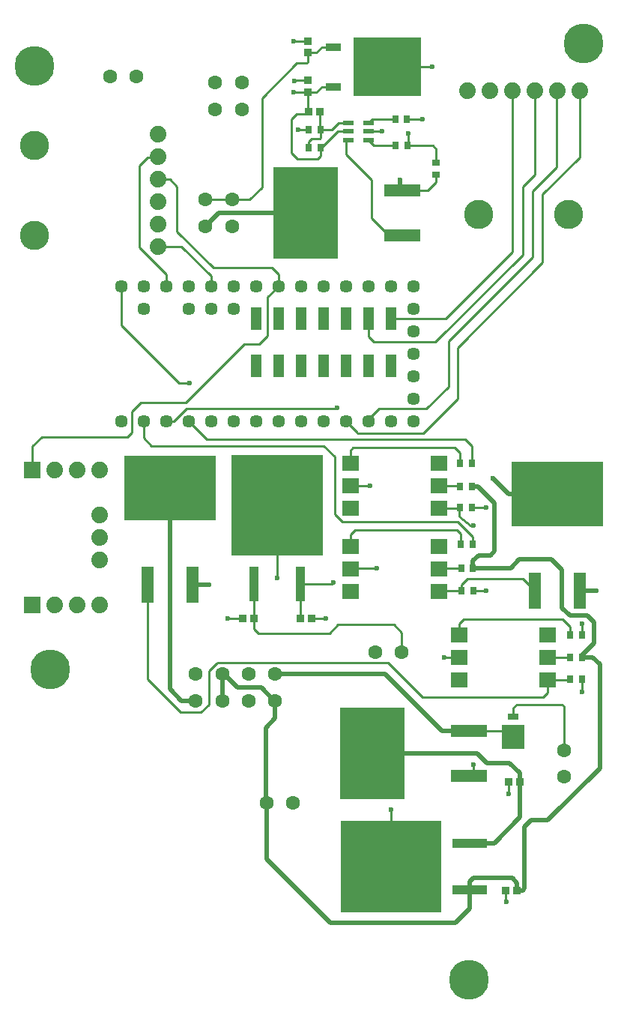
<source format=gtl>
G04 Layer_Physical_Order=1*
G04 Layer_Color=255*
%FSLAX44Y44*%
%MOMM*%
G71*
G01*
G75*
%ADD10R,0.9500X0.8000*%
%ADD11R,1.7018X0.9398*%
%ADD12R,7.7216X6.6548*%
%ADD13R,0.9144X0.8128*%
%ADD14R,1.2192X0.5080*%
%ADD15R,0.8000X0.9500*%
%ADD16R,4.1500X1.4000*%
%ADD17R,7.4000X10.4000*%
%ADD18R,0.8128X0.9144*%
%ADD19R,1.2700X0.7620*%
%ADD20R,2.5400X2.6700*%
%ADD21R,10.4000X7.4000*%
%ADD22R,1.4000X4.1500*%
%ADD23R,0.9906X3.9116*%
%ADD24R,10.4394X11.4554*%
%ADD25R,1.9000X1.7800*%
%ADD26R,3.9116X0.9906*%
%ADD27R,11.4554X10.4394*%
%ADD28R,1.1600X2.5500*%
%ADD29C,0.2500*%
%ADD30C,0.5000*%
%ADD31C,4.5000*%
%ADD32C,3.3020*%
%ADD33C,1.8796*%
%ADD34C,1.6000*%
%ADD35R,1.8796X1.8796*%
%ADD36C,1.4478*%
%ADD37C,0.6000*%
D10*
X-195000Y201250D02*
D03*
Y214750D02*
D03*
D11*
X-311650Y345500D02*
D03*
Y300500D02*
D03*
D12*
X-250563Y323000D02*
D03*
D13*
X-340563Y294524D02*
D03*
Y307477D02*
D03*
Y339000D02*
D03*
Y351954D02*
D03*
D14*
X-272000Y240500D02*
D03*
Y250000D02*
D03*
Y259501D02*
D03*
X-294860D02*
D03*
Y250000D02*
D03*
Y240500D02*
D03*
D15*
X-240750Y234000D02*
D03*
X-227250D02*
D03*
X-326000Y232000D02*
D03*
X-339500D02*
D03*
X-241500Y264000D02*
D03*
X-228000D02*
D03*
X-326000Y252000D02*
D03*
X-339500D02*
D03*
X-154000Y-216000D02*
D03*
X-167500D02*
D03*
X-167000Y-243000D02*
D03*
X-153500D02*
D03*
X-153250Y-269000D02*
D03*
X-166750D02*
D03*
X-30500Y-319000D02*
D03*
X-44000D02*
D03*
X-43750Y-344000D02*
D03*
X-30250D02*
D03*
X-30250Y-369000D02*
D03*
X-43750D02*
D03*
X-154500Y-125000D02*
D03*
X-168000D02*
D03*
Y-151000D02*
D03*
X-154500D02*
D03*
Y-175000D02*
D03*
X-168000D02*
D03*
D16*
X-233500Y132600D02*
D03*
Y183400D02*
D03*
X-158000Y-427200D02*
D03*
Y-478000D02*
D03*
D17*
X-342500Y158000D02*
D03*
X-267000Y-452600D02*
D03*
D18*
X-339477Y272000D02*
D03*
X-326523D02*
D03*
X-336000Y-300000D02*
D03*
X-348954D02*
D03*
X-414000D02*
D03*
X-401046D02*
D03*
X-116477Y-607000D02*
D03*
X-103523D02*
D03*
X-113477Y-485000D02*
D03*
X-100523D02*
D03*
D19*
X-108000Y-410500D02*
D03*
D20*
Y-434000D02*
D03*
D21*
X-58000Y-159500D02*
D03*
X-496000Y-152671D02*
D03*
D22*
X-32600Y-268500D02*
D03*
X-83400D02*
D03*
X-470600Y-261671D02*
D03*
X-521400D02*
D03*
D23*
X-348600Y-260773D02*
D03*
X-401400D02*
D03*
D24*
X-375000Y-172000D02*
D03*
D25*
X-292043Y-218600D02*
D03*
X-192042Y-244000D02*
D03*
X-292043Y-269400D02*
D03*
X-192042Y-218600D02*
D03*
Y-269400D02*
D03*
X-292043Y-244000D02*
D03*
X-169000Y-318600D02*
D03*
X-69000Y-344000D02*
D03*
X-169000Y-369400D02*
D03*
X-69000Y-318600D02*
D03*
Y-369400D02*
D03*
X-169000Y-344000D02*
D03*
X-291999Y-124969D02*
D03*
X-192000Y-150369D02*
D03*
X-291999Y-175769D02*
D03*
X-192000Y-124969D02*
D03*
Y-175769D02*
D03*
X-291999Y-150369D02*
D03*
D26*
X-157227Y-553600D02*
D03*
Y-606400D02*
D03*
D27*
X-246000Y-580000D02*
D03*
D28*
X-399000Y-15050D02*
D03*
X-373600D02*
D03*
X-399000Y38350D02*
D03*
X-373600D02*
D03*
X-348200D02*
D03*
X-322800D02*
D03*
X-297400D02*
D03*
X-272000D02*
D03*
X-348200Y-15050D02*
D03*
X-322800D02*
D03*
X-297400D02*
D03*
X-272000D02*
D03*
X-246600Y38350D02*
D03*
Y-15050D02*
D03*
D29*
X-345000Y154400D02*
Y158000D01*
X-521000Y221000D02*
X-505300D01*
X-109000Y293600D02*
X-106900Y295700D01*
X-184650Y38350D02*
X-109000Y114000D01*
X-246600Y38350D02*
X-184650D01*
X-181000Y13222D02*
X-86000Y108222D01*
X-181000Y-38000D02*
Y13222D01*
X-206089Y-63089D02*
X-181000Y-38000D01*
X-86000Y183000D02*
X-59000Y210000D01*
X-86000Y108222D02*
Y183000D01*
X-75000Y179000D02*
X-33000Y221000D01*
X-97000Y188000D02*
X-84000Y201000D01*
X-97000Y111000D02*
Y188000D01*
X-196000Y12000D02*
X-97000Y111000D01*
X-33000Y221000D02*
Y293400D01*
X-59000Y210000D02*
Y295700D01*
X-84000Y201000D02*
Y295700D01*
X-109000Y114000D02*
Y293600D01*
X-268000Y152000D02*
Y195000D01*
X-297360Y224360D02*
X-268000Y195000D01*
X-297360Y224360D02*
Y238000D01*
X-211000Y-389000D02*
X-74000D01*
X-249750Y-350250D02*
X-211000Y-389000D01*
X-442281Y-350250D02*
X-249750D01*
X-30000Y-383000D02*
Y-369250D01*
X-30250Y-369000D02*
X-30000Y-369250D01*
X-195000Y193000D02*
Y201250D01*
X-204600Y183400D02*
X-195000Y193000D01*
X-233500Y183400D02*
X-204600D01*
X-531000Y119000D02*
Y211000D01*
X-392000Y187000D02*
Y287563D01*
X-352563Y327000D01*
X-356000Y294000D02*
X-355476Y294524D01*
X-340563D01*
X-272000Y240500D02*
X-265500Y234000D01*
X-240750D01*
X-199000D02*
X-195000Y230000D01*
X-227250Y234000D02*
X-199000D01*
X-227250D02*
X-227000Y234250D01*
Y248000D01*
X-227000D01*
X-267500Y264000D02*
X-241500D01*
X-272000Y250000D02*
X-256000D01*
X-195000Y214750D02*
Y230000D01*
X-245000Y129000D02*
X-236000D01*
X-284000Y-91000D02*
X-210000D01*
X-284000D02*
Y-90400D01*
X-297400Y-77000D02*
X-284000Y-90400D01*
X-266000Y12000D02*
X-196000D01*
X-272000Y18000D02*
X-266000Y12000D01*
X-272000Y18000D02*
Y38350D01*
X-260000Y-63089D02*
X-206089D01*
X-272000Y-77000D02*
Y-75089D01*
X-260000Y-63089D01*
X-352563Y327000D02*
X-342000D01*
X-354523Y307477D02*
X-340563D01*
X-355000Y307000D02*
X-354523Y307477D01*
X-340563Y328438D02*
Y339000D01*
X-342000Y327000D02*
X-340563Y328438D01*
X-406000Y173000D02*
X-392000Y187000D01*
X-268000Y152000D02*
X-245000Y129000D01*
X-154500Y-175000D02*
X-139000D01*
X-14500Y-268500D02*
X-14000Y-269000D01*
X-153250D02*
X-139000D01*
X-200000Y323000D02*
X-200000Y323000D01*
X-211000Y264000D02*
Y264000D01*
X-228000D02*
X-211000D01*
X-113477Y-497523D02*
X-113000Y-498000D01*
X-113477Y-497523D02*
Y-485000D01*
X-116477Y-619522D02*
Y-607000D01*
Y-619522D02*
X-116000Y-620000D01*
X-250563Y323000D02*
X-200000D01*
X-351000Y252000D02*
X-339500D01*
X-355954Y351954D02*
X-340563D01*
X-356000Y352000D02*
X-355954Y351954D01*
X-351000Y252000D02*
Y252000D01*
X-290000Y-624000D02*
X-246000Y-580000D01*
X-452329Y-261671D02*
X-452000Y-262000D01*
X-305499Y259501D02*
X-294860D01*
X-326523Y252523D02*
Y272000D01*
X-313000Y252000D02*
X-305499Y259501D01*
X-326000Y252000D02*
X-326000Y252000D01*
X-313000D01*
X-326000Y243001D02*
Y252000D01*
Y243001D02*
X-326000Y243000D01*
X-326523Y252523D02*
X-326000Y252000D01*
X-336000Y242000D02*
X-327000D01*
X-326000Y243000D01*
X-339500Y238500D02*
X-336000Y242000D01*
X-339500Y232000D02*
Y238500D01*
X-306514Y250000D02*
X-294860D01*
X-324500Y300500D02*
X-311650D01*
X-330476Y294524D02*
X-324500Y300500D01*
X-340563Y294524D02*
X-330476D01*
X-340563Y273086D02*
Y294524D01*
Y273086D02*
X-339477Y272000D01*
X-272000Y259501D02*
X-267500Y264000D01*
X-324500Y345500D02*
X-311650D01*
X-330999Y339000D02*
X-324500Y345500D01*
X-340563Y339000D02*
X-330999D01*
X-426000Y173000D02*
X-406000D01*
X-456000D02*
X-426000D01*
X-449800Y75400D02*
Y86800D01*
X-482850Y119850D02*
X-449800Y86800D01*
X-509850Y119850D02*
X-482850D01*
X-192000Y-150369D02*
X-168631D01*
X-168000Y-151000D01*
X-192000Y-175769D02*
X-168768D01*
X-167350Y-268400D02*
X-166750Y-269000D01*
X-292043Y-217600D02*
Y-205043D01*
X-167500Y-216000D02*
Y-204500D01*
X-168000Y-125000D02*
Y-113000D01*
X-348600Y-299646D02*
Y-260773D01*
X-348954Y-300000D02*
X-348600Y-299646D01*
X-186000Y-344000D02*
X-169000D01*
X-158000Y-427200D02*
X-114800D01*
X-108000Y-434000D01*
X-69000Y-344000D02*
X-43750D01*
X-69000Y-369400D02*
X-44149D01*
X-43750Y-369000D01*
X-44000Y-319000D02*
Y-309000D01*
X-169000Y-318600D02*
Y-306000D01*
X-164000Y-301000D01*
X-108000Y-410500D02*
Y-401000D01*
X-51000Y-449000D02*
Y-399000D01*
X-166750Y-269000D02*
Y-261750D01*
X-324514Y232000D02*
X-306514Y250000D01*
X-326000Y232000D02*
X-324514D01*
X-326000Y222000D02*
Y232000D01*
X-329000Y219000D02*
X-326000Y222000D01*
X-341477Y270000D02*
X-339477Y272000D01*
X-359000Y264000D02*
X-353000Y270000D01*
X-341477D01*
X-359000Y226000D02*
Y264000D01*
Y226000D02*
X-352000Y219000D01*
X-329000D01*
X-375000Y-254000D02*
Y-172000D01*
Y-254000D02*
X-375000Y-254000D01*
X-154500Y-125000D02*
Y-105500D01*
X-162000Y-98000D02*
X-154500Y-105500D01*
X-475200Y-77000D02*
X-454200Y-98000D01*
X-162000D01*
X-395000Y10000D02*
X-386000Y19000D01*
Y63000D01*
X-488000Y137000D02*
Y188000D01*
X-496050Y196050D02*
X-488000Y188000D01*
X-509850Y196050D02*
X-496050D01*
X-373600Y75400D02*
Y88600D01*
X-488000Y137000D02*
X-447000Y96000D01*
X-381000D01*
X-373600Y88600D01*
X-401400Y-299646D02*
Y-260773D01*
X-336000Y-300000D02*
X-320000D01*
X-320000Y-300000D01*
X-431000Y-300000D02*
X-414000D01*
X-431000Y-300000D02*
X-431000Y-300000D01*
X-246000Y-580000D02*
Y-516000D01*
X-246000Y-516000D01*
X-521400Y-368600D02*
Y-261671D01*
X-108000Y-401000D02*
X-104000Y-397000D01*
X-53000D01*
X-51000Y-399000D01*
X-74000Y-389000D02*
X-69000Y-384000D01*
Y-369400D01*
X-461000Y-406000D02*
X-452000Y-397000D01*
X-484000Y-406000D02*
X-461000D01*
X-521400Y-368600D02*
X-484000Y-406000D01*
X-452000Y-397000D02*
Y-359000D01*
X-443750Y-350750D01*
X-442781D01*
X-442281Y-350250D01*
X-234000Y-338000D02*
Y-316000D01*
X-243000Y-307000D02*
X-234000Y-316000D01*
X-306000Y-307000D02*
X-243000D01*
X-316000Y-317000D02*
X-306000Y-307000D01*
X-401400Y-299646D02*
X-401046Y-300000D01*
Y-311954D02*
Y-300000D01*
Y-311954D02*
X-396000Y-317000D01*
X-316000D01*
X-292043Y-243000D02*
X-270000D01*
X-192042Y-268400D02*
X-167350D01*
X-192042Y-243000D02*
X-167000D01*
X-291999Y-150369D02*
X-270369D01*
X-270000Y-150000D01*
X-348600Y-260773D02*
X-312773D01*
X-311386Y-259386D01*
X-386000Y63000D02*
X-373600Y75400D01*
X-551400Y31400D02*
Y75400D01*
Y31400D02*
X-486000Y-34000D01*
X-474000D01*
X-30500Y-319000D02*
Y-306500D01*
X-30000Y-306000D01*
X-96900Y-255000D02*
X-83400Y-268500D01*
X-166750Y-261750D02*
X-160000Y-255000D01*
X-96900D01*
X-164000Y-301000D02*
X-52000D01*
X-44000Y-309000D01*
X-412226Y10000D02*
X-395000D01*
X-500600Y-77000D02*
X-491448D01*
X-529000Y-56000D02*
X-478226D01*
X-412226Y10000D01*
X-491448Y-77000D02*
X-477448Y-63000D01*
X-308000D01*
X-307000Y-62000D01*
X-174000Y-107000D02*
X-168000Y-113000D01*
X-291999Y-124969D02*
Y-110000D01*
X-289000Y-107000D01*
X-174000D01*
X-305750Y-186429D02*
Y-186250D01*
X-539000Y-66000D02*
X-529000Y-56000D01*
X-539000Y-90246D02*
Y-66000D01*
X-544000Y-95246D02*
X-539000Y-90246D01*
X-526000Y-96000D02*
Y-77000D01*
Y-96000D02*
X-517000Y-105000D01*
X-322000D01*
X-310000Y-182000D02*
X-305750Y-186250D01*
X-310000Y-182000D02*
Y-117000D01*
X-322000Y-105000D02*
X-310000Y-117000D01*
X-305750Y-186429D02*
X-301179Y-191000D01*
X-292043Y-205043D02*
X-287000Y-200000D01*
X-172000D01*
X-167500Y-204500D01*
X-168768Y-185139D02*
Y-175769D01*
Y-185139D02*
X-156178Y-195334D01*
X-153000Y-195000D01*
X-301179Y-191000D02*
X-171000D01*
X-154000Y-208000D01*
Y-216000D02*
Y-208000D01*
X-153000Y-473000D02*
Y-465000D01*
X-158000Y-478000D02*
X-153000Y-473000D01*
X-505300Y221000D02*
X-504850Y221450D01*
X-531000Y211000D02*
X-521000Y221000D01*
X-531000Y119000D02*
X-500600Y88600D01*
Y75400D02*
Y88600D01*
X-292043Y-244000D02*
X-291043Y-243000D01*
X-262000D01*
X-651400Y-132600D02*
Y-105646D01*
X-641000Y-95246D01*
X-544000D01*
X-210000Y-91000D02*
X-171000Y-52000D01*
Y6000D01*
X-75000Y102000D01*
Y179000D01*
X-33000Y293400D02*
X-30700Y295700D01*
D30*
X-53000Y-288000D02*
Y-245000D01*
X-65000Y-233000D02*
X-53000Y-245000D01*
X-101000Y-233000D02*
X-65000D01*
X-138000Y-463000D02*
X-112000D01*
X-148400Y-452600D02*
X-138000Y-463000D01*
X-267000Y-452600D02*
X-148400D01*
X-440999Y158000D02*
X-345000D01*
X-456000Y143000D02*
X-440999Y158000D01*
X-10246Y-469246D02*
Y-352000D01*
X-69000Y-528000D02*
X-10246Y-469246D01*
X-18246Y-344000D02*
X-10246Y-352000D01*
X-153500Y-243000D02*
X-111000D01*
X-101000Y-233000D01*
X-236000Y179800D02*
Y195000D01*
X-32600Y-268500D02*
X-14500D01*
X-470600Y-261671D02*
X-452329D01*
X-157227Y-553600D02*
X-129600D01*
X-100523Y-524523D01*
Y-485000D01*
X-109000Y-593000D02*
X-103523Y-598477D01*
X-157227Y-606400D02*
Y-597227D01*
X-153000Y-593000D01*
X-109000D01*
X-30250Y-344000D02*
X-18246D01*
X-103523Y-607000D02*
Y-598477D01*
X-88000Y-528000D02*
X-69000D01*
X-97246Y-607000D02*
X-95246Y-605000D01*
X-103523Y-607000D02*
X-97246D01*
X-95246Y-535246D02*
X-88000Y-528000D01*
X-95246Y-605000D02*
Y-535246D01*
X-154500Y-151000D02*
X-148000D01*
X-153500Y-243000D02*
Y-235000D01*
X-148000Y-151000D02*
X-129000Y-170000D01*
X-153500Y-235000D02*
X-147500Y-229000D01*
X-437000Y-393000D02*
Y-363000D01*
X-435000D01*
X-420000Y-378000D01*
X-393000D01*
X-378000Y-393000D01*
X-377000D01*
Y-413000D02*
Y-393000D01*
X-388000Y-424000D02*
X-377000Y-413000D01*
X-388000Y-507000D02*
Y-424000D01*
Y-507000D02*
X-387000Y-508000D01*
Y-572000D02*
Y-508000D01*
Y-572000D02*
X-315000Y-644000D01*
X-173000D01*
X-157227Y-627773D02*
Y-606400D01*
Y-627773D02*
X-157000Y-628000D01*
X-173000Y-644000D02*
X-157000Y-628000D01*
X-496000Y-380000D02*
Y-152671D01*
X-377000Y-363000D02*
X-253000D01*
X-188800Y-427200D01*
X-483000Y-393000D02*
X-467000D01*
X-496000Y-380000D02*
X-483000Y-393000D01*
X-188800Y-427200D02*
X-158000D01*
X-100523Y-485000D02*
Y-474477D01*
X-112000Y-463000D02*
X-100523Y-474477D01*
X-24000Y-297000D02*
X-17000Y-304000D01*
X-30250Y-344000D02*
Y-341250D01*
X-17000Y-328000D01*
Y-304000D01*
X-53000Y-288000D02*
X-44000Y-297000D01*
X-24000D01*
X-129000Y-224000D02*
Y-170000D01*
X-147500Y-229000D02*
X-134000D01*
X-129000Y-224000D01*
X-113500Y-159500D02*
X-58000D01*
X-131000Y-142000D02*
X-113500Y-159500D01*
D31*
X-29000Y349000D02*
D03*
X-649000Y324000D02*
D03*
X-158000Y-708000D02*
D03*
X-631000Y-358000D02*
D03*
D32*
X-147000Y156000D02*
D03*
X-45400D02*
D03*
X-649550Y234150D02*
D03*
Y132550D02*
D03*
D33*
X-32700Y295700D02*
D03*
X-58100D02*
D03*
X-83500D02*
D03*
X-108900D02*
D03*
X-134300D02*
D03*
X-159700D02*
D03*
X-626000Y-285000D02*
D03*
X-600600D02*
D03*
X-575200D02*
D03*
X-626000Y-132600D02*
D03*
X-600600D02*
D03*
X-575200D02*
D03*
Y-234200D02*
D03*
Y-208800D02*
D03*
Y-183400D02*
D03*
X-509850Y119850D02*
D03*
Y145250D02*
D03*
Y170650D02*
D03*
Y196050D02*
D03*
Y221450D02*
D03*
Y246850D02*
D03*
D34*
X-564000Y312000D02*
D03*
X-534000D02*
D03*
X-456000Y173000D02*
D03*
X-426000Y143000D02*
D03*
Y173000D02*
D03*
X-456000Y143000D02*
D03*
X-414958Y275000D02*
D03*
X-444957Y305000D02*
D03*
Y275000D02*
D03*
X-414958Y305000D02*
D03*
X-51000Y-449000D02*
D03*
Y-479000D02*
D03*
X-387000Y-508000D02*
D03*
X-357000D02*
D03*
X-407000Y-393000D02*
D03*
Y-363000D02*
D03*
X-377000D02*
D03*
Y-393000D02*
D03*
X-437000D02*
D03*
Y-363000D02*
D03*
X-467000D02*
D03*
Y-393000D02*
D03*
X-234000Y-338000D02*
D03*
X-264000D02*
D03*
D35*
X-651400Y-285000D02*
D03*
Y-132600D02*
D03*
D36*
X-424400Y50000D02*
D03*
X-449800D02*
D03*
X-475200D02*
D03*
X-526000D02*
D03*
X-551400Y75400D02*
D03*
X-526000D02*
D03*
X-500600D02*
D03*
X-475200D02*
D03*
X-449800D02*
D03*
X-424400D02*
D03*
X-399000D02*
D03*
X-373600D02*
D03*
X-348200D02*
D03*
X-322800D02*
D03*
X-297400D02*
D03*
X-272000D02*
D03*
X-246600D02*
D03*
X-221200D02*
D03*
Y50000D02*
D03*
Y24600D02*
D03*
Y-800D02*
D03*
Y-26200D02*
D03*
Y-51600D02*
D03*
Y-77000D02*
D03*
X-246600D02*
D03*
X-272000D02*
D03*
X-297400D02*
D03*
X-322800D02*
D03*
X-348200D02*
D03*
X-373600D02*
D03*
X-399000D02*
D03*
X-424400D02*
D03*
X-449800D02*
D03*
X-475200D02*
D03*
X-500600D02*
D03*
X-526000D02*
D03*
X-551400D02*
D03*
D37*
X-30000Y-383000D02*
D03*
X-356000Y294000D02*
D03*
X-227000Y248000D02*
D03*
X-256000Y250000D02*
D03*
X-355000Y307000D02*
D03*
X-139000Y-175000D02*
D03*
X-200000Y323000D02*
D03*
X-14000Y-269000D02*
D03*
X-211000Y264000D02*
D03*
X-236000Y195000D02*
D03*
X-113000Y-498000D02*
D03*
X-139000Y-269000D02*
D03*
X-116000Y-620000D02*
D03*
X-356000Y352000D02*
D03*
X-351000Y252000D02*
D03*
X-452000Y-262000D02*
D03*
X-186000Y-344000D02*
D03*
X-375000Y-254000D02*
D03*
X-320000Y-300000D02*
D03*
X-431000D02*
D03*
X-153000Y-465000D02*
D03*
Y-195000D02*
D03*
X-246000Y-516000D02*
D03*
X-270000Y-150000D02*
D03*
X-474000Y-34000D02*
D03*
X-311386Y-259386D02*
D03*
X-30000Y-306000D02*
D03*
X-307000Y-62000D02*
D03*
X-262000Y-243000D02*
D03*
X-131000Y-142000D02*
D03*
M02*

</source>
